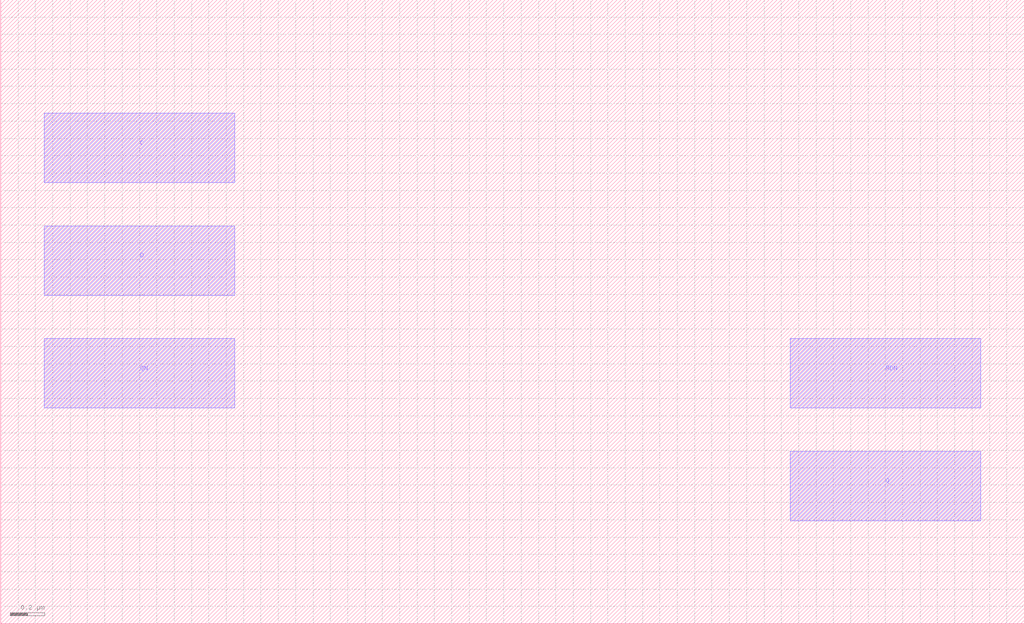
<source format=lef>
VERSION 5.7 ;
BUSBITCHARS "<>" ;
DIVIDERCHAR "/" ;

SITE CoreSite
  CLASS CORE ;
  SYMMETRY Y ;
  SIZE 0.5 BY 3.6 ;
END CoreSite

MACRO NOT_74LVC1G04
  CLASS CORE ;
  ORIGIN 0 0 ;
  SIZE 3.5 BY 3.6 ;
  SYMMETRY R90 ;
  SITE CoreSite ;

  PIN A
    DIRECTION INPUT ;
    USE SIGNAL ;
    PORT
      LAYER Metal1 ;
        RECT 0.25 1.515 0.95 2.025 ;
      LAYER Metal2 ;
        RECT 0.25 1.515 0.95 2.025 ;
    END
  END A
  PIN Y
    DIRECTION OUTPUT ;
    USE SIGNAL ;
    PORT
      LAYER Metal1 ;
        RECT 2.57 0.565 3.27 1.075 ;
      LAYER Metal2 ;
        RECT 2.57 0.565 3.27 1.075 ;
    END
  END Y
END NOT_74LVC1G04

MACRO AND_74LVC1G08
  CLASS CORE ;
  ORIGIN 0 0 ;
  SIZE 3.5 BY 3.6 ;
  SYMMETRY R90 ;
  SITE CoreSite ;

  PIN A
    DIRECTION INPUT ;
    USE SIGNAL ;
    PORT
      LAYER Metal1 ;
        RECT 0.25 2.465 0.95 2.975 ;
      LAYER Metal2 ;
        RECT 0.25 2.465 0.95 2.975 ;
    END
  END A
  PIN B
    DIRECTION INPUT ;
    USE SIGNAL ;
    PORT
      LAYER Metal1 ;
        RECT 0.25 1.515 0.95 2.025 ;
      LAYER Metal2 ;
        RECT 0.25 1.515 0.95 2.025 ;
    END
  END B
  PIN Y
    DIRECTION OUTPUT ;
    USE SIGNAL ;
    PORT
      LAYER Metal1 ;
        RECT 2.57 0.565 3.27 1.075 ;
      LAYER Metal2 ;
        RECT 2.57 0.565 3.27 1.075 ;
    END
  END Y
END AND_74LVC1G08

MACRO NAND_74LVC1G00
  CLASS CORE ;
  ORIGIN 0 0 ;
  SIZE 3.5 BY 3.6 ;
  SYMMETRY R90 ;
  SITE CoreSite ;

  PIN A
    DIRECTION INPUT ;
    USE SIGNAL ;
    PORT
      LAYER Metal1 ;
        RECT 0.25 2.465 0.95 2.975 ;
      LAYER Metal2 ;
        RECT 0.25 2.465 0.95 2.975 ;
    END
  END A
  PIN B
    DIRECTION INPUT ;
    USE SIGNAL ;
    PORT
      LAYER Metal1 ;
        RECT 0.25 1.515 0.95 2.025 ;
      LAYER Metal2 ;
        RECT 0.25 1.515 0.95 2.025 ;
    END
  END B
  PIN Y
    DIRECTION OUTPUT ;
    USE SIGNAL ;
    PORT
      LAYER Metal1 ;
        RECT 2.57 0.565 3.27 1.075 ;
      LAYER Metal2 ;
        RECT 2.57 0.565 3.27 1.075 ;
    END
  END Y
END NAND_74LVC1G00

MACRO NOR_74LVC1G02
  CLASS CORE ;
  ORIGIN 0 0 ;
  SIZE 3.5 BY 3.6 ;
  SYMMETRY R90 ;
  SITE CoreSite ;

  PIN A
    DIRECTION INPUT ;
    USE SIGNAL ;
    PORT
      LAYER Metal1 ;
        RECT 0.25 2.465 0.95 2.975 ;
      LAYER Metal2 ;
        RECT 0.25 2.465 0.95 2.975 ;
    END
  END A
  PIN B
    DIRECTION INPUT ;
    USE SIGNAL ;
    PORT
      LAYER Metal1 ;
        RECT 0.25 1.515 0.95 2.025 ;
      LAYER Metal2 ;
        RECT 0.25 1.515 0.95 2.025 ;
    END
  END B
  PIN Y
    DIRECTION OUTPUT ;
    USE SIGNAL ;
    PORT
      LAYER Metal1 ;
        RECT 2.57 0.565 3.27 1.075 ;
      LAYER Metal2 ;
        RECT 2.57 0.565 3.27 1.075 ;
    END
  END Y
END NOR_74LVC1G02

MACRO OR_74LVC1G32
  CLASS CORE ;
  ORIGIN 0 0 ;
  SIZE 3.5 BY 3.6 ;
  SYMMETRY R90 ;
  SITE CoreSite ;

  PIN A
    DIRECTION INPUT ;
    USE SIGNAL ;
    PORT
      LAYER Metal1 ;
        RECT 0.25 2.465 0.95 2.975 ;
      LAYER Metal2 ;
        RECT 0.25 2.465 0.95 2.975 ;
    END
  END A
  PIN B
    DIRECTION INPUT ;
    USE SIGNAL ;
    PORT
      LAYER Metal1 ;
        RECT 0.25 1.515 0.95 2.025 ;
      LAYER Metal2 ;
        RECT 0.25 1.515 0.95 2.025 ;
    END
  END B
  PIN Y
    DIRECTION OUTPUT ;
    USE SIGNAL ;
    PORT
      LAYER Metal1 ;
        RECT 2.57 0.565 3.27 1.075 ;
      LAYER Metal2 ;
        RECT 2.57 0.565 3.27 1.075 ;
    END
  END Y
END OR_74LVC1G32

MACRO XOR_74LVC1G86
  CLASS CORE ;
  ORIGIN 0 0 ;
  SIZE 3.5 BY 3.6 ;
  SYMMETRY R90 ;
  SITE CoreSite ;

  PIN A
    DIRECTION INPUT ;
    USE SIGNAL ;
    PORT
      LAYER Metal1 ;
        RECT 0.25 2.465 0.95 2.975 ;
      LAYER Metal2 ;
        RECT 0.25 2.465 0.95 2.975 ;
    END
  END A
  PIN B
    DIRECTION INPUT ;
    USE SIGNAL ;
    PORT
      LAYER Metal1 ;
        RECT 0.25 1.515 0.95 2.025 ;
      LAYER Metal2 ;
        RECT 0.25 1.515 0.95 2.025 ;
    END
  END B
  PIN Y
    DIRECTION OUTPUT ;
    USE SIGNAL ;
    PORT
      LAYER Metal1 ;
        RECT 2.57 0.565 3.27 1.075 ;
      LAYER Metal2 ;
        RECT 2.57 0.565 3.27 1.075 ;
    END
  END Y
END XOR_74LVC1G86

MACRO DFFSR_74LVC1G74
  CLASS CORE ;
  ORIGIN 0 0 ;
  SIZE 5.9 BY 3.6 ;
  SYMMETRY R90 ;
  SITE CoreSite ;

  PIN D
    DIRECTION INPUT ;
    USE SIGNAL ;
    PORT
      LAYER Metal1 ;
        RECT 0.25 1.895 1.35 2.295 ;
      LAYER Metal2 ;
        RECT 0.25 1.895 1.35 2.295 ;
    END
  END D
  PIN C
    DIRECTION INPUT ;
    USE SIGNAL ;
    PORT
      LAYER Metal1 ;
        RECT 0.25 2.545 1.35 2.945 ;
      LAYER Metal2 ;
        RECT 0.25 2.545 1.35 2.945 ;
    END
  END C
  PIN RDN
    DIRECTION INPUT ;
    USE SIGNAL ;
    PORT
      LAYER Metal1 ;
        RECT 4.55 1.245 5.65 1.645 ;
      LAYER Metal2 ;
        RECT 4.55 1.245 5.65 1.645 ;
    END
  END RDN
  PIN Q
    DIRECTION OUTPUT ;
    USE SIGNAL ;
    PORT
      LAYER Metal1 ;
        RECT 4.55 0.595 5.65 0.995 ;
      LAYER Metal2 ;
        RECT 4.55 0.595 5.65 0.995 ;
    END
  END Q
  PIN QN
    DIRECTION OUTPUT ;
    USE SIGNAL ;
    PORT
      LAYER Metal1 ;
        RECT 0.25 1.245 1.35 1.645 ;
      LAYER Metal2 ;
        RECT 0.25 1.245 1.35 1.645 ;
    END
  END QN
END DFFSR_74LVC1G74
</source>
